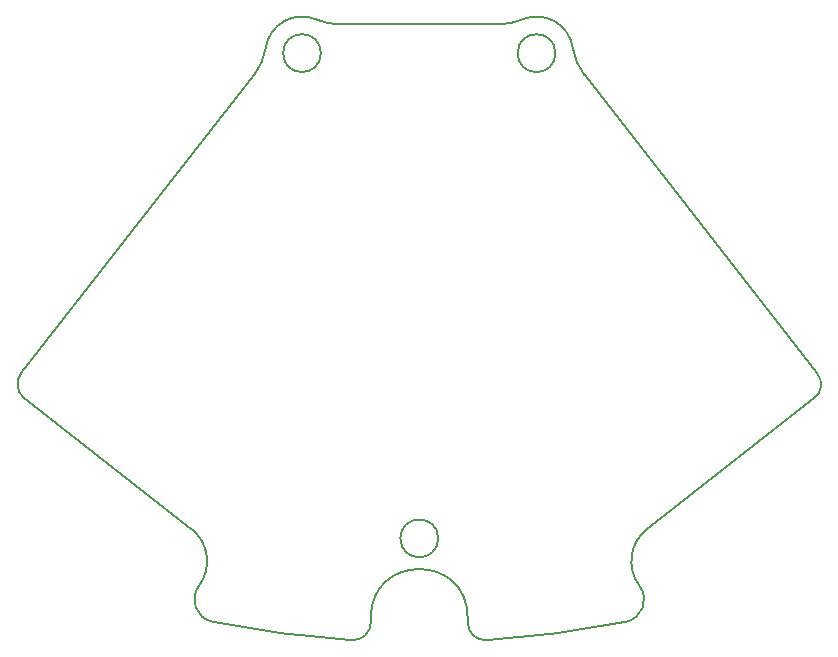
<source format=gbr>
%TF.GenerationSoftware,KiCad,Pcbnew,8.0.0-dirty*%
%TF.CreationDate,2024-03-12T22:31:02-04:00*%
%TF.ProjectId,KickerPCB,4b69636b-6572-4504-9342-2e6b69636164,rev?*%
%TF.SameCoordinates,Original*%
%TF.FileFunction,Profile,NP*%
%FSLAX46Y46*%
G04 Gerber Fmt 4.6, Leading zero omitted, Abs format (unit mm)*
G04 Created by KiCad (PCBNEW 8.0.0-dirty) date 2024-03-12 22:31:02*
%MOMM*%
%LPD*%
G01*
G04 APERTURE LIST*
%TA.AperFunction,Profile*%
%ADD10C,0.200000*%
%TD*%
G04 APERTURE END LIST*
D10*
X105572268Y-41682878D02*
G75*
G02*
X109861953Y-44077105I1223132J-2848522D01*
G01*
X103599446Y-42088536D02*
X90133368Y-42088536D01*
X79356000Y-92673999D02*
G75*
G02*
X78205186Y-89655040I375600J1871999D01*
G01*
X130311986Y-73746395D02*
X116170986Y-84794555D01*
X77561828Y-84794556D02*
G75*
G02*
X78205185Y-89655039I-2154828J-2758044D01*
G01*
X98466407Y-85613553D02*
G75*
G02*
X95266407Y-85613553I-1600000J0D01*
G01*
X95266407Y-85613553D02*
G75*
G02*
X98466407Y-85613553I1600000J0D01*
G01*
X92766407Y-92734169D02*
X92766407Y-92313553D01*
X63420829Y-73746394D02*
G75*
G02*
X63162325Y-71640904I923471J1181994D01*
G01*
X92766407Y-92734169D02*
G75*
G02*
X91170411Y-94231026I-1499907J-31D01*
G01*
X92766407Y-92313553D02*
G75*
G02*
X100966407Y-92313553I4100000J-5D01*
G01*
X83870860Y-44077105D02*
G75*
G02*
X88160538Y-41682895I3066540J-454295D01*
G01*
X114376814Y-92674000D02*
G75*
G02*
X102562407Y-94231094I-17510414J87260500D01*
G01*
X108395417Y-44531369D02*
G75*
G02*
X105195417Y-44531369I-1600000J0D01*
G01*
X105195417Y-44531369D02*
G75*
G02*
X108395417Y-44531369I1600000J0D01*
G01*
X82864888Y-46422730D02*
X63162304Y-71640887D01*
X91170407Y-94231094D02*
G75*
G02*
X79355999Y-92674006I5695893J88817094D01*
G01*
X90133368Y-42088536D02*
G75*
G02*
X88160553Y-41682861I32J4999936D01*
G01*
X88537397Y-44531369D02*
G75*
G02*
X85337397Y-44531369I-1600000J0D01*
G01*
X85337397Y-44531369D02*
G75*
G02*
X88537397Y-44531369I1600000J0D01*
G01*
X110867926Y-46422730D02*
X130570510Y-71640887D01*
X83870859Y-44077105D02*
G75*
G02*
X82864910Y-46422747I-4946459J732805D01*
G01*
X110867926Y-46422730D02*
G75*
G02*
X109861987Y-44077100I3940274J3078330D01*
G01*
X115527633Y-89655036D02*
G75*
G02*
X114376817Y-92674014I-1526433J-1146964D01*
G01*
X105572268Y-41682877D02*
G75*
G02*
X103599446Y-42088526I-1972868J4594677D01*
G01*
X102562407Y-94231093D02*
G75*
G02*
X100966431Y-92734169I-96007J1496893D01*
G01*
X100966407Y-92734169D02*
X100966407Y-92313553D01*
X63420828Y-73746395D02*
X77561828Y-84794555D01*
X115527634Y-89655035D02*
G75*
G02*
X116170992Y-84794563I2798166J2102435D01*
G01*
X130570510Y-71640887D02*
G75*
G02*
X130311993Y-73746404I-1181910J-923513D01*
G01*
M02*

</source>
